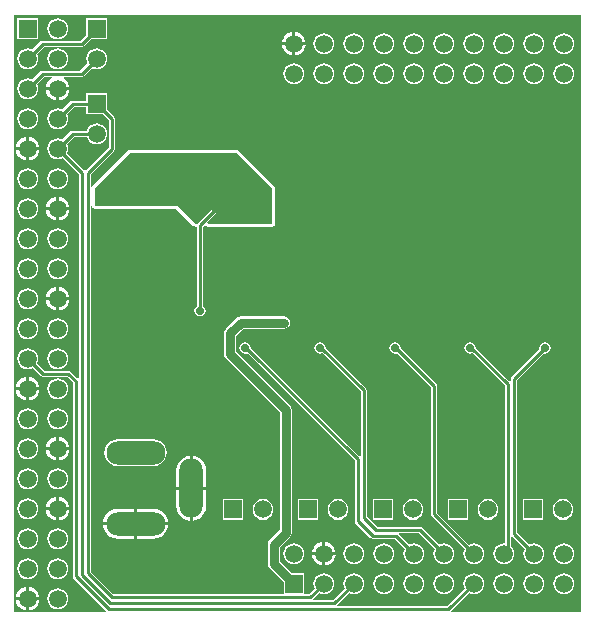
<source format=gbl>
G04*
G04 #@! TF.GenerationSoftware,Altium Limited,Altium Designer,19.0.15 (446)*
G04*
G04 Layer_Physical_Order=2*
G04 Layer_Color=16711680*
%FSLAX25Y25*%
%MOIN*%
G70*
G01*
G75*
%ADD13C,0.01000*%
%ADD47R,0.05906X0.05906*%
%ADD48C,0.05906*%
%ADD49O,0.19685X0.07874*%
%ADD50O,0.07874X0.19685*%
%ADD51R,0.05906X0.05906*%
%ADD52C,0.02362*%
%ADD53C,0.02756*%
%ADD54C,0.03000*%
G36*
X218500Y356750D02*
Y345000D01*
X197095D01*
X196904Y345462D01*
X200221Y348779D01*
X200442Y349110D01*
X200520Y349500D01*
X200442Y349890D01*
X200221Y350221D01*
X199890Y350442D01*
X199500Y350520D01*
X199110Y350442D01*
X198779Y350221D01*
X193779Y345221D01*
X193631Y345000D01*
X193000D01*
X187000Y351000D01*
X159500D01*
Y357000D01*
X171000Y368500D01*
X206750D01*
X218500Y356750D01*
D02*
G37*
G36*
X321487Y215513D02*
X278442D01*
X278235Y216013D01*
X284117Y221896D01*
X284839Y221597D01*
X285740Y221478D01*
X286642Y221597D01*
X287481Y221945D01*
X288203Y222498D01*
X288756Y223219D01*
X289104Y224059D01*
X289223Y224961D01*
X289104Y225862D01*
X288756Y226702D01*
X288203Y227423D01*
X287481Y227977D01*
X286642Y228325D01*
X285740Y228443D01*
X284839Y228325D01*
X283999Y227977D01*
X283278Y227423D01*
X282724Y226702D01*
X282376Y225862D01*
X282258Y224961D01*
X282376Y224059D01*
X282675Y223338D01*
X276857Y217520D01*
X240448D01*
X240241Y218020D01*
X244117Y221896D01*
X244839Y221597D01*
X245740Y221478D01*
X246641Y221597D01*
X247481Y221945D01*
X248203Y222498D01*
X248756Y223219D01*
X249104Y224059D01*
X249223Y224961D01*
X249104Y225862D01*
X248756Y226702D01*
X248203Y227423D01*
X247481Y227977D01*
X246641Y228325D01*
X245740Y228443D01*
X244839Y228325D01*
X243999Y227977D01*
X243278Y227423D01*
X242724Y226702D01*
X242376Y225862D01*
X242258Y224961D01*
X242376Y224059D01*
X242675Y223338D01*
X238857Y219520D01*
X232448D01*
X232241Y220020D01*
X234117Y221896D01*
X234839Y221597D01*
X235740Y221478D01*
X236642Y221597D01*
X237481Y221945D01*
X238203Y222498D01*
X238756Y223219D01*
X239104Y224059D01*
X239223Y224961D01*
X239104Y225862D01*
X238756Y226702D01*
X238203Y227423D01*
X237481Y227977D01*
X236642Y228325D01*
X235740Y228443D01*
X234839Y228325D01*
X233999Y227977D01*
X233278Y227423D01*
X232724Y226702D01*
X232376Y225862D01*
X232258Y224961D01*
X232376Y224059D01*
X232675Y223338D01*
X230857Y221520D01*
X229193D01*
Y228413D01*
X225171D01*
X221039Y232545D01*
Y237155D01*
X224442Y240558D01*
X224884Y241220D01*
X225039Y242000D01*
Y283000D01*
X224884Y283780D01*
X224442Y284442D01*
X206539Y302345D01*
Y307655D01*
X208845Y309961D01*
X222500D01*
X223280Y310116D01*
X223942Y310558D01*
X224384Y311220D01*
X224539Y312000D01*
X224384Y312780D01*
X223942Y313442D01*
X223280Y313884D01*
X222500Y314039D01*
X208000D01*
X207220Y313884D01*
X206558Y313442D01*
X203058Y309942D01*
X202616Y309280D01*
X202461Y308500D01*
Y301500D01*
X202616Y300720D01*
X203058Y300058D01*
X220961Y282155D01*
Y242845D01*
X217558Y239442D01*
X217116Y238780D01*
X216961Y238000D01*
Y231701D01*
X217116Y230920D01*
X217558Y230259D01*
X222287Y225530D01*
Y221520D01*
X165422D01*
X158020Y228922D01*
X158020Y350754D01*
X158520Y350803D01*
X158558Y350610D01*
X158779Y350279D01*
X159110Y350058D01*
X159500Y349980D01*
X186578D01*
X192279Y344279D01*
X192610Y344058D01*
X193000Y343980D01*
X193480D01*
Y317577D01*
X193146Y317354D01*
X192731Y316733D01*
X192585Y316000D01*
X192731Y315267D01*
X193146Y314646D01*
X193767Y314231D01*
X194500Y314085D01*
X195233Y314231D01*
X195854Y314646D01*
X196269Y315267D01*
X196415Y316000D01*
X196269Y316733D01*
X195854Y317354D01*
X195520Y317577D01*
Y343909D01*
X195927Y344301D01*
X196374Y344279D01*
X196705Y344058D01*
X197095Y343980D01*
X218500D01*
X218890Y344058D01*
X219221Y344279D01*
X219442Y344610D01*
X219520Y345000D01*
Y356750D01*
X219442Y357140D01*
X219221Y357471D01*
X207471Y369221D01*
X207140Y369442D01*
X206750Y369520D01*
X171000D01*
X170610Y369442D01*
X170279Y369221D01*
X158779Y357721D01*
X158558Y357390D01*
X158520Y357197D01*
X158020Y357246D01*
Y361578D01*
X165721Y369279D01*
X165942Y369610D01*
X166020Y370000D01*
Y380000D01*
X165942Y380390D01*
X165721Y380721D01*
X163453Y382989D01*
Y388453D01*
X156547D01*
Y386020D01*
X152000D01*
X151610Y385942D01*
X151279Y385721D01*
X148623Y383065D01*
X147901Y383364D01*
X147000Y383483D01*
X146099Y383364D01*
X145259Y383016D01*
X144537Y382463D01*
X143984Y381741D01*
X143636Y380901D01*
X143517Y380000D01*
X143636Y379099D01*
X143984Y378259D01*
X144537Y377537D01*
X145259Y376984D01*
X146099Y376636D01*
X147000Y376518D01*
X147901Y376636D01*
X148741Y376984D01*
X149462Y377537D01*
X150016Y378259D01*
X150364Y379099D01*
X150482Y380000D01*
X150364Y380901D01*
X150065Y381623D01*
X152422Y383980D01*
X156547D01*
Y381547D01*
X162011D01*
X163980Y379578D01*
Y370422D01*
X156305Y362747D01*
X156261Y362721D01*
X155739D01*
X155695Y362747D01*
X150065Y368377D01*
X150364Y369099D01*
X150482Y370000D01*
X150364Y370901D01*
X150065Y371623D01*
X152422Y373980D01*
X156685D01*
X156984Y373259D01*
X157537Y372537D01*
X158259Y371984D01*
X159099Y371636D01*
X160000Y371517D01*
X160901Y371636D01*
X161741Y371984D01*
X162462Y372537D01*
X163016Y373259D01*
X163364Y374099D01*
X163482Y375000D01*
X163364Y375901D01*
X163016Y376741D01*
X162462Y377463D01*
X161741Y378016D01*
X160901Y378364D01*
X160000Y378483D01*
X159099Y378364D01*
X158259Y378016D01*
X157537Y377463D01*
X156984Y376741D01*
X156685Y376020D01*
X152000D01*
X151610Y375942D01*
X151279Y375721D01*
X148623Y373065D01*
X147901Y373364D01*
X147000Y373482D01*
X146099Y373364D01*
X145259Y373016D01*
X144537Y372463D01*
X143984Y371741D01*
X143636Y370901D01*
X143517Y370000D01*
X143636Y369099D01*
X143984Y368259D01*
X144537Y367537D01*
X145259Y366984D01*
X146099Y366636D01*
X147000Y366517D01*
X147901Y366636D01*
X148623Y366935D01*
X153980Y361578D01*
Y293669D01*
X153480Y293461D01*
X151221Y295721D01*
X150890Y295942D01*
X150500Y296020D01*
X142422D01*
X140065Y298377D01*
X140364Y299099D01*
X140482Y300000D01*
X140364Y300901D01*
X140016Y301741D01*
X139462Y302463D01*
X138741Y303016D01*
X137901Y303364D01*
X137000Y303483D01*
X136099Y303364D01*
X135259Y303016D01*
X134537Y302463D01*
X133984Y301741D01*
X133636Y300901D01*
X133518Y300000D01*
X133636Y299099D01*
X133984Y298259D01*
X134537Y297537D01*
X135259Y296984D01*
X136099Y296636D01*
X137000Y296517D01*
X137901Y296636D01*
X138623Y296935D01*
X141279Y294279D01*
X141610Y294058D01*
X142000Y293980D01*
X150078D01*
X151980Y292078D01*
Y227500D01*
X152058Y227110D01*
X152279Y226779D01*
X163045Y216013D01*
X162838Y215513D01*
X132513D01*
X132513Y414487D01*
X321487Y414487D01*
X321487Y215513D01*
D02*
G37*
%LPC*%
G36*
X140453Y413453D02*
X133547D01*
Y406547D01*
X140453D01*
Y413453D01*
D02*
G37*
G36*
X147000Y413483D02*
X146099Y413364D01*
X145259Y413016D01*
X144537Y412463D01*
X143984Y411741D01*
X143636Y410901D01*
X143517Y410000D01*
X143636Y409099D01*
X143984Y408259D01*
X144537Y407538D01*
X145259Y406984D01*
X146099Y406636D01*
X147000Y406518D01*
X147901Y406636D01*
X148741Y406984D01*
X149462Y407538D01*
X150016Y408259D01*
X150364Y409099D01*
X150482Y410000D01*
X150364Y410901D01*
X150016Y411741D01*
X149462Y412463D01*
X148741Y413016D01*
X147901Y413364D01*
X147000Y413483D01*
D02*
G37*
G36*
X226240Y408882D02*
Y405461D01*
X229661D01*
X229591Y405993D01*
X229193Y406954D01*
X228559Y407780D01*
X227734Y408413D01*
X226772Y408812D01*
X226240Y408882D01*
D02*
G37*
G36*
X225240D02*
X224708Y408812D01*
X223747Y408413D01*
X222921Y407780D01*
X222287Y406954D01*
X221889Y405993D01*
X221819Y405461D01*
X225240D01*
Y408882D01*
D02*
G37*
G36*
X163453Y413453D02*
X156547D01*
Y407989D01*
X154578Y406020D01*
X142000D01*
X141610Y405942D01*
X141279Y405721D01*
X138623Y403065D01*
X137901Y403364D01*
X137000Y403482D01*
X136099Y403364D01*
X135259Y403016D01*
X134537Y402462D01*
X133984Y401741D01*
X133636Y400901D01*
X133518Y400000D01*
X133636Y399099D01*
X133984Y398259D01*
X134537Y397537D01*
X135259Y396984D01*
X136099Y396636D01*
X137000Y396517D01*
X137901Y396636D01*
X138741Y396984D01*
X139462Y397537D01*
X140016Y398259D01*
X140364Y399099D01*
X140482Y400000D01*
X140364Y400901D01*
X140065Y401623D01*
X142422Y403980D01*
X155000D01*
X155390Y404058D01*
X155721Y404279D01*
X157989Y406547D01*
X163453D01*
Y413453D01*
D02*
G37*
G36*
X315740Y408443D02*
X314839Y408324D01*
X313999Y407977D01*
X313278Y407423D01*
X312724Y406702D01*
X312376Y405862D01*
X312258Y404961D01*
X312376Y404059D01*
X312724Y403219D01*
X313278Y402498D01*
X313999Y401945D01*
X314839Y401597D01*
X315740Y401478D01*
X316641Y401597D01*
X317481Y401945D01*
X318203Y402498D01*
X318756Y403219D01*
X319104Y404059D01*
X319223Y404961D01*
X319104Y405862D01*
X318756Y406702D01*
X318203Y407423D01*
X317481Y407977D01*
X316641Y408324D01*
X315740Y408443D01*
D02*
G37*
G36*
X305740D02*
X304839Y408324D01*
X303999Y407977D01*
X303278Y407423D01*
X302724Y406702D01*
X302376Y405862D01*
X302258Y404961D01*
X302376Y404059D01*
X302724Y403219D01*
X303278Y402498D01*
X303999Y401945D01*
X304839Y401597D01*
X305740Y401478D01*
X306642Y401597D01*
X307481Y401945D01*
X308203Y402498D01*
X308756Y403219D01*
X309104Y404059D01*
X309223Y404961D01*
X309104Y405862D01*
X308756Y406702D01*
X308203Y407423D01*
X307481Y407977D01*
X306642Y408324D01*
X305740Y408443D01*
D02*
G37*
G36*
X295740D02*
X294839Y408324D01*
X293999Y407977D01*
X293278Y407423D01*
X292724Y406702D01*
X292376Y405862D01*
X292258Y404961D01*
X292376Y404059D01*
X292724Y403219D01*
X293278Y402498D01*
X293999Y401945D01*
X294839Y401597D01*
X295740Y401478D01*
X296641Y401597D01*
X297481Y401945D01*
X298203Y402498D01*
X298756Y403219D01*
X299104Y404059D01*
X299223Y404961D01*
X299104Y405862D01*
X298756Y406702D01*
X298203Y407423D01*
X297481Y407977D01*
X296641Y408324D01*
X295740Y408443D01*
D02*
G37*
G36*
X285740D02*
X284839Y408324D01*
X283999Y407977D01*
X283278Y407423D01*
X282724Y406702D01*
X282376Y405862D01*
X282258Y404961D01*
X282376Y404059D01*
X282724Y403219D01*
X283278Y402498D01*
X283999Y401945D01*
X284839Y401597D01*
X285740Y401478D01*
X286642Y401597D01*
X287481Y401945D01*
X288203Y402498D01*
X288756Y403219D01*
X289104Y404059D01*
X289223Y404961D01*
X289104Y405862D01*
X288756Y406702D01*
X288203Y407423D01*
X287481Y407977D01*
X286642Y408324D01*
X285740Y408443D01*
D02*
G37*
G36*
X275740D02*
X274839Y408324D01*
X273999Y407977D01*
X273278Y407423D01*
X272724Y406702D01*
X272376Y405862D01*
X272258Y404961D01*
X272376Y404059D01*
X272724Y403219D01*
X273278Y402498D01*
X273999Y401945D01*
X274839Y401597D01*
X275740Y401478D01*
X276642Y401597D01*
X277481Y401945D01*
X278203Y402498D01*
X278756Y403219D01*
X279104Y404059D01*
X279223Y404961D01*
X279104Y405862D01*
X278756Y406702D01*
X278203Y407423D01*
X277481Y407977D01*
X276642Y408324D01*
X275740Y408443D01*
D02*
G37*
G36*
X265740D02*
X264839Y408324D01*
X263999Y407977D01*
X263278Y407423D01*
X262724Y406702D01*
X262376Y405862D01*
X262258Y404961D01*
X262376Y404059D01*
X262724Y403219D01*
X263278Y402498D01*
X263999Y401945D01*
X264839Y401597D01*
X265740Y401478D01*
X266641Y401597D01*
X267481Y401945D01*
X268203Y402498D01*
X268756Y403219D01*
X269104Y404059D01*
X269223Y404961D01*
X269104Y405862D01*
X268756Y406702D01*
X268203Y407423D01*
X267481Y407977D01*
X266641Y408324D01*
X265740Y408443D01*
D02*
G37*
G36*
X255740D02*
X254839Y408324D01*
X253999Y407977D01*
X253278Y407423D01*
X252724Y406702D01*
X252376Y405862D01*
X252258Y404961D01*
X252376Y404059D01*
X252724Y403219D01*
X253278Y402498D01*
X253999Y401945D01*
X254839Y401597D01*
X255740Y401478D01*
X256642Y401597D01*
X257481Y401945D01*
X258203Y402498D01*
X258756Y403219D01*
X259104Y404059D01*
X259223Y404961D01*
X259104Y405862D01*
X258756Y406702D01*
X258203Y407423D01*
X257481Y407977D01*
X256642Y408324D01*
X255740Y408443D01*
D02*
G37*
G36*
X245740D02*
X244839Y408324D01*
X243999Y407977D01*
X243278Y407423D01*
X242724Y406702D01*
X242376Y405862D01*
X242258Y404961D01*
X242376Y404059D01*
X242724Y403219D01*
X243278Y402498D01*
X243999Y401945D01*
X244839Y401597D01*
X245740Y401478D01*
X246641Y401597D01*
X247481Y401945D01*
X248203Y402498D01*
X248756Y403219D01*
X249104Y404059D01*
X249223Y404961D01*
X249104Y405862D01*
X248756Y406702D01*
X248203Y407423D01*
X247481Y407977D01*
X246641Y408324D01*
X245740Y408443D01*
D02*
G37*
G36*
X235740D02*
X234839Y408324D01*
X233999Y407977D01*
X233278Y407423D01*
X232724Y406702D01*
X232376Y405862D01*
X232258Y404961D01*
X232376Y404059D01*
X232724Y403219D01*
X233278Y402498D01*
X233999Y401945D01*
X234839Y401597D01*
X235740Y401478D01*
X236642Y401597D01*
X237481Y401945D01*
X238203Y402498D01*
X238756Y403219D01*
X239104Y404059D01*
X239223Y404961D01*
X239104Y405862D01*
X238756Y406702D01*
X238203Y407423D01*
X237481Y407977D01*
X236642Y408324D01*
X235740Y408443D01*
D02*
G37*
G36*
X229661Y404461D02*
X226240D01*
Y401040D01*
X226772Y401110D01*
X227734Y401508D01*
X228559Y402142D01*
X229193Y402967D01*
X229591Y403929D01*
X229661Y404461D01*
D02*
G37*
G36*
X225240D02*
X221819D01*
X221889Y403929D01*
X222287Y402967D01*
X222921Y402142D01*
X223747Y401508D01*
X224708Y401110D01*
X225240Y401040D01*
Y404461D01*
D02*
G37*
G36*
X160000Y403482D02*
X159099Y403364D01*
X158259Y403016D01*
X157537Y402462D01*
X156984Y401741D01*
X156636Y400901D01*
X156518Y400000D01*
X156636Y399099D01*
X156935Y398377D01*
X154578Y396020D01*
X142000D01*
X141610Y395942D01*
X141279Y395721D01*
X138623Y393065D01*
X137901Y393364D01*
X137000Y393482D01*
X136099Y393364D01*
X135259Y393016D01*
X134537Y392462D01*
X133984Y391741D01*
X133636Y390901D01*
X133518Y390000D01*
X133636Y389099D01*
X133984Y388259D01*
X134537Y387538D01*
X135259Y386984D01*
X136099Y386636D01*
X137000Y386518D01*
X137901Y386636D01*
X138741Y386984D01*
X139462Y387538D01*
X140016Y388259D01*
X140364Y389099D01*
X140482Y390000D01*
X140364Y390901D01*
X140065Y391623D01*
X142422Y393980D01*
X144974D01*
X145073Y393480D01*
X145007Y393453D01*
X144181Y392819D01*
X143547Y391993D01*
X143149Y391032D01*
X143079Y390500D01*
X147000D01*
X150921D01*
X150851Y391032D01*
X150453Y391993D01*
X149819Y392819D01*
X148993Y393453D01*
X148927Y393480D01*
X149026Y393980D01*
X155000D01*
X155390Y394058D01*
X155721Y394279D01*
X158377Y396935D01*
X159099Y396636D01*
X160000Y396517D01*
X160901Y396636D01*
X161741Y396984D01*
X162462Y397537D01*
X163016Y398259D01*
X163364Y399099D01*
X163482Y400000D01*
X163364Y400901D01*
X163016Y401741D01*
X162462Y402462D01*
X161741Y403016D01*
X160901Y403364D01*
X160000Y403482D01*
D02*
G37*
G36*
X147000D02*
X146099Y403364D01*
X145259Y403016D01*
X144537Y402462D01*
X143984Y401741D01*
X143636Y400901D01*
X143517Y400000D01*
X143636Y399099D01*
X143984Y398259D01*
X144537Y397537D01*
X145259Y396984D01*
X146099Y396636D01*
X147000Y396517D01*
X147901Y396636D01*
X148741Y396984D01*
X149462Y397537D01*
X150016Y398259D01*
X150364Y399099D01*
X150482Y400000D01*
X150364Y400901D01*
X150016Y401741D01*
X149462Y402462D01*
X148741Y403016D01*
X147901Y403364D01*
X147000Y403482D01*
D02*
G37*
G36*
X315740Y398443D02*
X314839Y398324D01*
X313999Y397977D01*
X313278Y397423D01*
X312724Y396702D01*
X312376Y395862D01*
X312258Y394961D01*
X312376Y394059D01*
X312724Y393219D01*
X313278Y392498D01*
X313999Y391945D01*
X314839Y391597D01*
X315740Y391478D01*
X316641Y391597D01*
X317481Y391945D01*
X318203Y392498D01*
X318756Y393219D01*
X319104Y394059D01*
X319223Y394961D01*
X319104Y395862D01*
X318756Y396702D01*
X318203Y397423D01*
X317481Y397977D01*
X316641Y398324D01*
X315740Y398443D01*
D02*
G37*
G36*
X305740D02*
X304839Y398324D01*
X303999Y397977D01*
X303278Y397423D01*
X302724Y396702D01*
X302376Y395862D01*
X302258Y394961D01*
X302376Y394059D01*
X302724Y393219D01*
X303278Y392498D01*
X303999Y391945D01*
X304839Y391597D01*
X305740Y391478D01*
X306642Y391597D01*
X307481Y391945D01*
X308203Y392498D01*
X308756Y393219D01*
X309104Y394059D01*
X309223Y394961D01*
X309104Y395862D01*
X308756Y396702D01*
X308203Y397423D01*
X307481Y397977D01*
X306642Y398324D01*
X305740Y398443D01*
D02*
G37*
G36*
X295740D02*
X294839Y398324D01*
X293999Y397977D01*
X293278Y397423D01*
X292724Y396702D01*
X292376Y395862D01*
X292258Y394961D01*
X292376Y394059D01*
X292724Y393219D01*
X293278Y392498D01*
X293999Y391945D01*
X294839Y391597D01*
X295740Y391478D01*
X296641Y391597D01*
X297481Y391945D01*
X298203Y392498D01*
X298756Y393219D01*
X299104Y394059D01*
X299223Y394961D01*
X299104Y395862D01*
X298756Y396702D01*
X298203Y397423D01*
X297481Y397977D01*
X296641Y398324D01*
X295740Y398443D01*
D02*
G37*
G36*
X285740D02*
X284839Y398324D01*
X283999Y397977D01*
X283278Y397423D01*
X282724Y396702D01*
X282376Y395862D01*
X282258Y394961D01*
X282376Y394059D01*
X282724Y393219D01*
X283278Y392498D01*
X283999Y391945D01*
X284839Y391597D01*
X285740Y391478D01*
X286642Y391597D01*
X287481Y391945D01*
X288203Y392498D01*
X288756Y393219D01*
X289104Y394059D01*
X289223Y394961D01*
X289104Y395862D01*
X288756Y396702D01*
X288203Y397423D01*
X287481Y397977D01*
X286642Y398324D01*
X285740Y398443D01*
D02*
G37*
G36*
X275740D02*
X274839Y398324D01*
X273999Y397977D01*
X273278Y397423D01*
X272724Y396702D01*
X272376Y395862D01*
X272258Y394961D01*
X272376Y394059D01*
X272724Y393219D01*
X273278Y392498D01*
X273999Y391945D01*
X274839Y391597D01*
X275740Y391478D01*
X276642Y391597D01*
X277481Y391945D01*
X278203Y392498D01*
X278756Y393219D01*
X279104Y394059D01*
X279223Y394961D01*
X279104Y395862D01*
X278756Y396702D01*
X278203Y397423D01*
X277481Y397977D01*
X276642Y398324D01*
X275740Y398443D01*
D02*
G37*
G36*
X265740D02*
X264839Y398324D01*
X263999Y397977D01*
X263278Y397423D01*
X262724Y396702D01*
X262376Y395862D01*
X262258Y394961D01*
X262376Y394059D01*
X262724Y393219D01*
X263278Y392498D01*
X263999Y391945D01*
X264839Y391597D01*
X265740Y391478D01*
X266641Y391597D01*
X267481Y391945D01*
X268203Y392498D01*
X268756Y393219D01*
X269104Y394059D01*
X269223Y394961D01*
X269104Y395862D01*
X268756Y396702D01*
X268203Y397423D01*
X267481Y397977D01*
X266641Y398324D01*
X265740Y398443D01*
D02*
G37*
G36*
X255740D02*
X254839Y398324D01*
X253999Y397977D01*
X253278Y397423D01*
X252724Y396702D01*
X252376Y395862D01*
X252258Y394961D01*
X252376Y394059D01*
X252724Y393219D01*
X253278Y392498D01*
X253999Y391945D01*
X254839Y391597D01*
X255740Y391478D01*
X256642Y391597D01*
X257481Y391945D01*
X258203Y392498D01*
X258756Y393219D01*
X259104Y394059D01*
X259223Y394961D01*
X259104Y395862D01*
X258756Y396702D01*
X258203Y397423D01*
X257481Y397977D01*
X256642Y398324D01*
X255740Y398443D01*
D02*
G37*
G36*
X245740D02*
X244839Y398324D01*
X243999Y397977D01*
X243278Y397423D01*
X242724Y396702D01*
X242376Y395862D01*
X242258Y394961D01*
X242376Y394059D01*
X242724Y393219D01*
X243278Y392498D01*
X243999Y391945D01*
X244839Y391597D01*
X245740Y391478D01*
X246641Y391597D01*
X247481Y391945D01*
X248203Y392498D01*
X248756Y393219D01*
X249104Y394059D01*
X249223Y394961D01*
X249104Y395862D01*
X248756Y396702D01*
X248203Y397423D01*
X247481Y397977D01*
X246641Y398324D01*
X245740Y398443D01*
D02*
G37*
G36*
X235740D02*
X234839Y398324D01*
X233999Y397977D01*
X233278Y397423D01*
X232724Y396702D01*
X232376Y395862D01*
X232258Y394961D01*
X232376Y394059D01*
X232724Y393219D01*
X233278Y392498D01*
X233999Y391945D01*
X234839Y391597D01*
X235740Y391478D01*
X236642Y391597D01*
X237481Y391945D01*
X238203Y392498D01*
X238756Y393219D01*
X239104Y394059D01*
X239223Y394961D01*
X239104Y395862D01*
X238756Y396702D01*
X238203Y397423D01*
X237481Y397977D01*
X236642Y398324D01*
X235740Y398443D01*
D02*
G37*
G36*
X225740D02*
X224839Y398324D01*
X223999Y397977D01*
X223278Y397423D01*
X222724Y396702D01*
X222376Y395862D01*
X222258Y394961D01*
X222376Y394059D01*
X222724Y393219D01*
X223278Y392498D01*
X223999Y391945D01*
X224839Y391597D01*
X225740Y391478D01*
X226642Y391597D01*
X227481Y391945D01*
X228203Y392498D01*
X228756Y393219D01*
X229104Y394059D01*
X229223Y394961D01*
X229104Y395862D01*
X228756Y396702D01*
X228203Y397423D01*
X227481Y397977D01*
X226642Y398324D01*
X225740Y398443D01*
D02*
G37*
G36*
X150921Y389500D02*
X147500D01*
Y386079D01*
X148032Y386149D01*
X148993Y386547D01*
X149819Y387181D01*
X150453Y388007D01*
X150851Y388968D01*
X150921Y389500D01*
D02*
G37*
G36*
X146500D02*
X143079D01*
X143149Y388968D01*
X143547Y388007D01*
X144181Y387181D01*
X145007Y386547D01*
X145968Y386149D01*
X146500Y386079D01*
Y389500D01*
D02*
G37*
G36*
X137000Y383483D02*
X136099Y383364D01*
X135259Y383016D01*
X134537Y382463D01*
X133984Y381741D01*
X133636Y380901D01*
X133518Y380000D01*
X133636Y379099D01*
X133984Y378259D01*
X134537Y377537D01*
X135259Y376984D01*
X136099Y376636D01*
X137000Y376518D01*
X137901Y376636D01*
X138741Y376984D01*
X139462Y377537D01*
X140016Y378259D01*
X140364Y379099D01*
X140482Y380000D01*
X140364Y380901D01*
X140016Y381741D01*
X139462Y382463D01*
X138741Y383016D01*
X137901Y383364D01*
X137000Y383483D01*
D02*
G37*
G36*
X137500Y373921D02*
Y370500D01*
X140921D01*
X140851Y371032D01*
X140453Y371993D01*
X139819Y372819D01*
X138993Y373453D01*
X138032Y373851D01*
X137500Y373921D01*
D02*
G37*
G36*
X136500D02*
X135968Y373851D01*
X135007Y373453D01*
X134181Y372819D01*
X133547Y371993D01*
X133149Y371032D01*
X133079Y370500D01*
X136500D01*
Y373921D01*
D02*
G37*
G36*
X140921Y369500D02*
X137500D01*
Y366079D01*
X138032Y366149D01*
X138993Y366547D01*
X139819Y367181D01*
X140453Y368007D01*
X140851Y368968D01*
X140921Y369500D01*
D02*
G37*
G36*
X136500D02*
X133079D01*
X133149Y368968D01*
X133547Y368007D01*
X134181Y367181D01*
X135007Y366547D01*
X135968Y366149D01*
X136500Y366079D01*
Y369500D01*
D02*
G37*
G36*
X147000Y363482D02*
X146099Y363364D01*
X145259Y363016D01*
X144537Y362462D01*
X143984Y361741D01*
X143636Y360901D01*
X143517Y360000D01*
X143636Y359099D01*
X143984Y358259D01*
X144537Y357538D01*
X145259Y356984D01*
X146099Y356636D01*
X147000Y356518D01*
X147901Y356636D01*
X148741Y356984D01*
X149462Y357538D01*
X150016Y358259D01*
X150364Y359099D01*
X150482Y360000D01*
X150364Y360901D01*
X150016Y361741D01*
X149462Y362462D01*
X148741Y363016D01*
X147901Y363364D01*
X147000Y363482D01*
D02*
G37*
G36*
X137000D02*
X136099Y363364D01*
X135259Y363016D01*
X134537Y362462D01*
X133984Y361741D01*
X133636Y360901D01*
X133518Y360000D01*
X133636Y359099D01*
X133984Y358259D01*
X134537Y357538D01*
X135259Y356984D01*
X136099Y356636D01*
X137000Y356518D01*
X137901Y356636D01*
X138741Y356984D01*
X139462Y357538D01*
X140016Y358259D01*
X140364Y359099D01*
X140482Y360000D01*
X140364Y360901D01*
X140016Y361741D01*
X139462Y362462D01*
X138741Y363016D01*
X137901Y363364D01*
X137000Y363482D01*
D02*
G37*
G36*
X147500Y353921D02*
Y350500D01*
X150921D01*
X150851Y351032D01*
X150453Y351993D01*
X149819Y352819D01*
X148993Y353453D01*
X148032Y353851D01*
X147500Y353921D01*
D02*
G37*
G36*
X146500D02*
X145968Y353851D01*
X145007Y353453D01*
X144181Y352819D01*
X143547Y351993D01*
X143149Y351032D01*
X143079Y350500D01*
X146500D01*
Y353921D01*
D02*
G37*
G36*
X137000Y353483D02*
X136099Y353364D01*
X135259Y353016D01*
X134537Y352463D01*
X133984Y351741D01*
X133636Y350901D01*
X133518Y350000D01*
X133636Y349099D01*
X133984Y348259D01*
X134537Y347537D01*
X135259Y346984D01*
X136099Y346636D01*
X137000Y346517D01*
X137901Y346636D01*
X138741Y346984D01*
X139462Y347537D01*
X140016Y348259D01*
X140364Y349099D01*
X140482Y350000D01*
X140364Y350901D01*
X140016Y351741D01*
X139462Y352463D01*
X138741Y353016D01*
X137901Y353364D01*
X137000Y353483D01*
D02*
G37*
G36*
X150921Y349500D02*
X147500D01*
Y346079D01*
X148032Y346149D01*
X148993Y346547D01*
X149819Y347181D01*
X150453Y348007D01*
X150851Y348968D01*
X150921Y349500D01*
D02*
G37*
G36*
X146500D02*
X143079D01*
X143149Y348968D01*
X143547Y348007D01*
X144181Y347181D01*
X145007Y346547D01*
X145968Y346149D01*
X146500Y346079D01*
Y349500D01*
D02*
G37*
G36*
X147000Y343482D02*
X146099Y343364D01*
X145259Y343016D01*
X144537Y342462D01*
X143984Y341741D01*
X143636Y340901D01*
X143517Y340000D01*
X143636Y339099D01*
X143984Y338259D01*
X144537Y337538D01*
X145259Y336984D01*
X146099Y336636D01*
X147000Y336518D01*
X147901Y336636D01*
X148741Y336984D01*
X149462Y337538D01*
X150016Y338259D01*
X150364Y339099D01*
X150482Y340000D01*
X150364Y340901D01*
X150016Y341741D01*
X149462Y342462D01*
X148741Y343016D01*
X147901Y343364D01*
X147000Y343482D01*
D02*
G37*
G36*
X137000D02*
X136099Y343364D01*
X135259Y343016D01*
X134537Y342462D01*
X133984Y341741D01*
X133636Y340901D01*
X133518Y340000D01*
X133636Y339099D01*
X133984Y338259D01*
X134537Y337538D01*
X135259Y336984D01*
X136099Y336636D01*
X137000Y336518D01*
X137901Y336636D01*
X138741Y336984D01*
X139462Y337538D01*
X140016Y338259D01*
X140364Y339099D01*
X140482Y340000D01*
X140364Y340901D01*
X140016Y341741D01*
X139462Y342462D01*
X138741Y343016D01*
X137901Y343364D01*
X137000Y343482D01*
D02*
G37*
G36*
X147000Y333483D02*
X146099Y333364D01*
X145259Y333016D01*
X144537Y332463D01*
X143984Y331741D01*
X143636Y330901D01*
X143517Y330000D01*
X143636Y329099D01*
X143984Y328259D01*
X144537Y327537D01*
X145259Y326984D01*
X146099Y326636D01*
X147000Y326518D01*
X147901Y326636D01*
X148741Y326984D01*
X149462Y327537D01*
X150016Y328259D01*
X150364Y329099D01*
X150482Y330000D01*
X150364Y330901D01*
X150016Y331741D01*
X149462Y332463D01*
X148741Y333016D01*
X147901Y333364D01*
X147000Y333483D01*
D02*
G37*
G36*
X137000D02*
X136099Y333364D01*
X135259Y333016D01*
X134537Y332463D01*
X133984Y331741D01*
X133636Y330901D01*
X133518Y330000D01*
X133636Y329099D01*
X133984Y328259D01*
X134537Y327537D01*
X135259Y326984D01*
X136099Y326636D01*
X137000Y326518D01*
X137901Y326636D01*
X138741Y326984D01*
X139462Y327537D01*
X140016Y328259D01*
X140364Y329099D01*
X140482Y330000D01*
X140364Y330901D01*
X140016Y331741D01*
X139462Y332463D01*
X138741Y333016D01*
X137901Y333364D01*
X137000Y333483D01*
D02*
G37*
G36*
X147500Y323921D02*
Y320500D01*
X150921D01*
X150851Y321032D01*
X150453Y321993D01*
X149819Y322819D01*
X148993Y323453D01*
X148032Y323851D01*
X147500Y323921D01*
D02*
G37*
G36*
X146500D02*
X145968Y323851D01*
X145007Y323453D01*
X144181Y322819D01*
X143547Y321993D01*
X143149Y321032D01*
X143079Y320500D01*
X146500D01*
Y323921D01*
D02*
G37*
G36*
X137000Y323482D02*
X136099Y323364D01*
X135259Y323016D01*
X134537Y322463D01*
X133984Y321741D01*
X133636Y320901D01*
X133518Y320000D01*
X133636Y319099D01*
X133984Y318259D01*
X134537Y317537D01*
X135259Y316984D01*
X136099Y316636D01*
X137000Y316517D01*
X137901Y316636D01*
X138741Y316984D01*
X139462Y317537D01*
X140016Y318259D01*
X140364Y319099D01*
X140482Y320000D01*
X140364Y320901D01*
X140016Y321741D01*
X139462Y322463D01*
X138741Y323016D01*
X137901Y323364D01*
X137000Y323482D01*
D02*
G37*
G36*
X150921Y319500D02*
X147500D01*
Y316079D01*
X148032Y316149D01*
X148993Y316547D01*
X149819Y317181D01*
X150453Y318007D01*
X150851Y318968D01*
X150921Y319500D01*
D02*
G37*
G36*
X146500D02*
X143079D01*
X143149Y318968D01*
X143547Y318007D01*
X144181Y317181D01*
X145007Y316547D01*
X145968Y316149D01*
X146500Y316079D01*
Y319500D01*
D02*
G37*
G36*
X147000Y313482D02*
X146099Y313364D01*
X145259Y313016D01*
X144537Y312462D01*
X143984Y311741D01*
X143636Y310901D01*
X143517Y310000D01*
X143636Y309099D01*
X143984Y308259D01*
X144537Y307538D01*
X145259Y306984D01*
X146099Y306636D01*
X147000Y306518D01*
X147901Y306636D01*
X148741Y306984D01*
X149462Y307538D01*
X150016Y308259D01*
X150364Y309099D01*
X150482Y310000D01*
X150364Y310901D01*
X150016Y311741D01*
X149462Y312462D01*
X148741Y313016D01*
X147901Y313364D01*
X147000Y313482D01*
D02*
G37*
G36*
X137000D02*
X136099Y313364D01*
X135259Y313016D01*
X134537Y312462D01*
X133984Y311741D01*
X133636Y310901D01*
X133518Y310000D01*
X133636Y309099D01*
X133984Y308259D01*
X134537Y307538D01*
X135259Y306984D01*
X136099Y306636D01*
X137000Y306518D01*
X137901Y306636D01*
X138741Y306984D01*
X139462Y307538D01*
X140016Y308259D01*
X140364Y309099D01*
X140482Y310000D01*
X140364Y310901D01*
X140016Y311741D01*
X139462Y312462D01*
X138741Y313016D01*
X137901Y313364D01*
X137000Y313482D01*
D02*
G37*
G36*
X147000Y303483D02*
X146099Y303364D01*
X145259Y303016D01*
X144537Y302463D01*
X143984Y301741D01*
X143636Y300901D01*
X143517Y300000D01*
X143636Y299099D01*
X143984Y298259D01*
X144537Y297537D01*
X145259Y296984D01*
X146099Y296636D01*
X147000Y296517D01*
X147901Y296636D01*
X148741Y296984D01*
X149462Y297537D01*
X150016Y298259D01*
X150364Y299099D01*
X150482Y300000D01*
X150364Y300901D01*
X150016Y301741D01*
X149462Y302463D01*
X148741Y303016D01*
X147901Y303364D01*
X147000Y303483D01*
D02*
G37*
G36*
X309500Y305507D02*
X308767Y305362D01*
X308146Y304946D01*
X307731Y304325D01*
X307585Y303592D01*
X307664Y303198D01*
X298279Y293813D01*
X298058Y293483D01*
X297980Y293092D01*
Y292669D01*
X297480Y292461D01*
X286404Y303538D01*
X286415Y303592D01*
X286269Y304325D01*
X285854Y304946D01*
X285233Y305362D01*
X284500Y305507D01*
X283767Y305362D01*
X283146Y304946D01*
X282731Y304325D01*
X282585Y303592D01*
X282731Y302860D01*
X283146Y302239D01*
X283767Y301823D01*
X284500Y301678D01*
X285233Y301823D01*
X285234Y301824D01*
X295980Y291078D01*
Y238654D01*
X295740Y238443D01*
X294839Y238324D01*
X293999Y237977D01*
X293278Y237423D01*
X292724Y236702D01*
X292376Y235862D01*
X292258Y234961D01*
X292376Y234059D01*
X292724Y233219D01*
X293278Y232498D01*
X293999Y231945D01*
X294839Y231597D01*
X295740Y231478D01*
X296641Y231597D01*
X297481Y231945D01*
X298203Y232498D01*
X298756Y233219D01*
X299104Y234059D01*
X299223Y234961D01*
X299104Y235862D01*
X298756Y236702D01*
X298203Y237423D01*
X298020Y237564D01*
Y240532D01*
X298520Y240739D01*
X302675Y236584D01*
X302376Y235862D01*
X302258Y234961D01*
X302376Y234059D01*
X302724Y233219D01*
X303278Y232498D01*
X303999Y231945D01*
X304839Y231597D01*
X305740Y231478D01*
X306642Y231597D01*
X307481Y231945D01*
X308203Y232498D01*
X308756Y233219D01*
X309104Y234059D01*
X309223Y234961D01*
X309104Y235862D01*
X308756Y236702D01*
X308203Y237423D01*
X307481Y237977D01*
X306642Y238324D01*
X305740Y238443D01*
X304839Y238324D01*
X304117Y238026D01*
X300020Y242123D01*
Y292670D01*
X309106Y301756D01*
X309500Y301678D01*
X310233Y301823D01*
X310854Y302239D01*
X311269Y302860D01*
X311415Y303592D01*
X311269Y304325D01*
X310854Y304946D01*
X310233Y305362D01*
X309500Y305507D01*
D02*
G37*
G36*
X137500Y293921D02*
Y290500D01*
X140921D01*
X140851Y291032D01*
X140453Y291993D01*
X139819Y292819D01*
X138993Y293453D01*
X138032Y293851D01*
X137500Y293921D01*
D02*
G37*
G36*
X136500D02*
X135968Y293851D01*
X135007Y293453D01*
X134181Y292819D01*
X133547Y291993D01*
X133149Y291032D01*
X133079Y290500D01*
X136500D01*
Y293921D01*
D02*
G37*
G36*
X147000Y293482D02*
X146099Y293364D01*
X145259Y293016D01*
X144537Y292462D01*
X143984Y291741D01*
X143636Y290901D01*
X143517Y290000D01*
X143636Y289099D01*
X143984Y288259D01*
X144537Y287538D01*
X145259Y286984D01*
X146099Y286636D01*
X147000Y286518D01*
X147901Y286636D01*
X148741Y286984D01*
X149462Y287538D01*
X150016Y288259D01*
X150364Y289099D01*
X150482Y290000D01*
X150364Y290901D01*
X150016Y291741D01*
X149462Y292462D01*
X148741Y293016D01*
X147901Y293364D01*
X147000Y293482D01*
D02*
G37*
G36*
X140921Y289500D02*
X137500D01*
Y286079D01*
X138032Y286149D01*
X138993Y286547D01*
X139819Y287181D01*
X140453Y288007D01*
X140851Y288968D01*
X140921Y289500D01*
D02*
G37*
G36*
X136500D02*
X133079D01*
X133149Y288968D01*
X133547Y288007D01*
X134181Y287181D01*
X135007Y286547D01*
X135968Y286149D01*
X136500Y286079D01*
Y289500D01*
D02*
G37*
G36*
X147000Y283483D02*
X146099Y283364D01*
X145259Y283016D01*
X144537Y282463D01*
X143984Y281741D01*
X143636Y280901D01*
X143517Y280000D01*
X143636Y279099D01*
X143984Y278259D01*
X144537Y277537D01*
X145259Y276984D01*
X146099Y276636D01*
X147000Y276518D01*
X147901Y276636D01*
X148741Y276984D01*
X149462Y277537D01*
X150016Y278259D01*
X150364Y279099D01*
X150482Y280000D01*
X150364Y280901D01*
X150016Y281741D01*
X149462Y282463D01*
X148741Y283016D01*
X147901Y283364D01*
X147000Y283483D01*
D02*
G37*
G36*
X137000D02*
X136099Y283364D01*
X135259Y283016D01*
X134537Y282463D01*
X133984Y281741D01*
X133636Y280901D01*
X133518Y280000D01*
X133636Y279099D01*
X133984Y278259D01*
X134537Y277537D01*
X135259Y276984D01*
X136099Y276636D01*
X137000Y276518D01*
X137901Y276636D01*
X138741Y276984D01*
X139462Y277537D01*
X140016Y278259D01*
X140364Y279099D01*
X140482Y280000D01*
X140364Y280901D01*
X140016Y281741D01*
X139462Y282463D01*
X138741Y283016D01*
X137901Y283364D01*
X137000Y283483D01*
D02*
G37*
G36*
X147500Y273921D02*
Y270500D01*
X150921D01*
X150851Y271032D01*
X150453Y271993D01*
X149819Y272819D01*
X148993Y273453D01*
X148032Y273851D01*
X147500Y273921D01*
D02*
G37*
G36*
X146500D02*
X145968Y273851D01*
X145007Y273453D01*
X144181Y272819D01*
X143547Y271993D01*
X143149Y271032D01*
X143079Y270500D01*
X146500D01*
Y273921D01*
D02*
G37*
G36*
X234500Y305507D02*
X233767Y305362D01*
X233146Y304946D01*
X232731Y304325D01*
X232585Y303592D01*
X232731Y302860D01*
X233146Y302239D01*
X233767Y301823D01*
X234500Y301678D01*
X235233Y301823D01*
X235234Y301824D01*
X247980Y289078D01*
Y267669D01*
X247480Y267461D01*
X211404Y303538D01*
X211415Y303592D01*
X211269Y304325D01*
X210854Y304946D01*
X210233Y305362D01*
X209500Y305507D01*
X208767Y305362D01*
X208146Y304946D01*
X207731Y304325D01*
X207585Y303592D01*
X207731Y302860D01*
X208146Y302239D01*
X208767Y301823D01*
X209500Y301678D01*
X210233Y301823D01*
X210234Y301824D01*
X245980Y266078D01*
Y246000D01*
X246058Y245610D01*
X246279Y245279D01*
X251279Y240279D01*
X251610Y240058D01*
X252000Y239980D01*
X259278D01*
X262675Y236584D01*
X262376Y235862D01*
X262258Y234961D01*
X262376Y234059D01*
X262724Y233219D01*
X263278Y232498D01*
X263999Y231945D01*
X264839Y231597D01*
X265740Y231478D01*
X266641Y231597D01*
X267481Y231945D01*
X268203Y232498D01*
X268756Y233219D01*
X269104Y234059D01*
X269223Y234961D01*
X269104Y235862D01*
X268756Y236702D01*
X268203Y237423D01*
X267481Y237977D01*
X266641Y238324D01*
X265740Y238443D01*
X264839Y238324D01*
X264117Y238026D01*
X260662Y241480D01*
X260869Y241980D01*
X267279D01*
X272675Y236584D01*
X272376Y235862D01*
X272258Y234961D01*
X272376Y234059D01*
X272724Y233219D01*
X273278Y232498D01*
X273999Y231945D01*
X274839Y231597D01*
X275740Y231478D01*
X276642Y231597D01*
X277481Y231945D01*
X278203Y232498D01*
X278756Y233219D01*
X279104Y234059D01*
X279223Y234961D01*
X279104Y235862D01*
X278756Y236702D01*
X278203Y237423D01*
X277481Y237977D01*
X276642Y238324D01*
X275740Y238443D01*
X274839Y238324D01*
X274117Y238026D01*
X268422Y243721D01*
X268091Y243942D01*
X267701Y244020D01*
X253422D01*
X250020Y247422D01*
Y289500D01*
X249942Y289890D01*
X249721Y290221D01*
X236404Y303538D01*
X236415Y303592D01*
X236269Y304325D01*
X235854Y304946D01*
X235233Y305362D01*
X234500Y305507D01*
D02*
G37*
G36*
X137000Y273482D02*
X136099Y273364D01*
X135259Y273016D01*
X134537Y272463D01*
X133984Y271741D01*
X133636Y270901D01*
X133518Y270000D01*
X133636Y269099D01*
X133984Y268259D01*
X134537Y267537D01*
X135259Y266984D01*
X136099Y266636D01*
X137000Y266517D01*
X137901Y266636D01*
X138741Y266984D01*
X139462Y267537D01*
X140016Y268259D01*
X140364Y269099D01*
X140482Y270000D01*
X140364Y270901D01*
X140016Y271741D01*
X139462Y272463D01*
X138741Y273016D01*
X137901Y273364D01*
X137000Y273482D01*
D02*
G37*
G36*
X150921Y269500D02*
X147500D01*
Y266079D01*
X148032Y266149D01*
X148993Y266547D01*
X149819Y267181D01*
X150453Y268007D01*
X150851Y268968D01*
X150921Y269500D01*
D02*
G37*
G36*
X146500D02*
X143079D01*
X143149Y268968D01*
X143547Y268007D01*
X144181Y267181D01*
X145007Y266547D01*
X145968Y266149D01*
X146500Y266079D01*
Y269500D01*
D02*
G37*
G36*
X178905Y273097D02*
X167095D01*
X165936Y272945D01*
X164857Y272498D01*
X163930Y271787D01*
X163219Y270860D01*
X162772Y269780D01*
X162619Y268622D01*
X162772Y267464D01*
X163219Y266384D01*
X163930Y265458D01*
X164857Y264746D01*
X165936Y264299D01*
X167095Y264147D01*
X178905D01*
X180064Y264299D01*
X181143Y264746D01*
X182070Y265458D01*
X182781Y266384D01*
X183228Y267464D01*
X183381Y268622D01*
X183228Y269780D01*
X182781Y270860D01*
X182070Y271787D01*
X181143Y272498D01*
X180064Y272945D01*
X178905Y273097D01*
D02*
G37*
G36*
X192004Y267630D02*
Y257311D01*
X196484D01*
Y262717D01*
X196314Y264005D01*
X195816Y265206D01*
X195025Y266238D01*
X193994Y267029D01*
X192793Y267527D01*
X192004Y267630D01*
D02*
G37*
G36*
X191004D02*
X190215Y267527D01*
X189014Y267029D01*
X187983Y266238D01*
X187191Y265206D01*
X186694Y264005D01*
X186524Y262717D01*
Y257311D01*
X191004D01*
Y267630D01*
D02*
G37*
G36*
X147000Y263482D02*
X146099Y263364D01*
X145259Y263016D01*
X144537Y262462D01*
X143984Y261741D01*
X143636Y260901D01*
X143517Y260000D01*
X143636Y259099D01*
X143984Y258259D01*
X144537Y257538D01*
X145259Y256984D01*
X146099Y256636D01*
X147000Y256518D01*
X147901Y256636D01*
X148741Y256984D01*
X149462Y257538D01*
X150016Y258259D01*
X150364Y259099D01*
X150482Y260000D01*
X150364Y260901D01*
X150016Y261741D01*
X149462Y262462D01*
X148741Y263016D01*
X147901Y263364D01*
X147000Y263482D01*
D02*
G37*
G36*
X137000D02*
X136099Y263364D01*
X135259Y263016D01*
X134537Y262462D01*
X133984Y261741D01*
X133636Y260901D01*
X133518Y260000D01*
X133636Y259099D01*
X133984Y258259D01*
X134537Y257538D01*
X135259Y256984D01*
X136099Y256636D01*
X137000Y256518D01*
X137901Y256636D01*
X138741Y256984D01*
X139462Y257538D01*
X140016Y258259D01*
X140364Y259099D01*
X140482Y260000D01*
X140364Y260901D01*
X140016Y261741D01*
X139462Y262462D01*
X138741Y263016D01*
X137901Y263364D01*
X137000Y263482D01*
D02*
G37*
G36*
X147500Y253921D02*
Y250500D01*
X150921D01*
X150851Y251032D01*
X150453Y251993D01*
X149819Y252819D01*
X148993Y253453D01*
X148032Y253851D01*
X147500Y253921D01*
D02*
G37*
G36*
X146500D02*
X145968Y253851D01*
X145007Y253453D01*
X144181Y252819D01*
X143547Y251993D01*
X143149Y251032D01*
X143079Y250500D01*
X146500D01*
Y253921D01*
D02*
G37*
G36*
X137000Y253483D02*
X136099Y253364D01*
X135259Y253016D01*
X134537Y252463D01*
X133984Y251741D01*
X133636Y250901D01*
X133518Y250000D01*
X133636Y249099D01*
X133984Y248259D01*
X134537Y247537D01*
X135259Y246984D01*
X136099Y246636D01*
X137000Y246517D01*
X137901Y246636D01*
X138741Y246984D01*
X139462Y247537D01*
X140016Y248259D01*
X140364Y249099D01*
X140482Y250000D01*
X140364Y250901D01*
X140016Y251741D01*
X139462Y252463D01*
X138741Y253016D01*
X137901Y253364D01*
X137000Y253483D01*
D02*
G37*
G36*
X308894Y253177D02*
X301988D01*
Y246272D01*
X308894D01*
Y253177D01*
D02*
G37*
G36*
X283894D02*
X276988D01*
Y246272D01*
X283894D01*
Y253177D01*
D02*
G37*
G36*
X258894D02*
X251988D01*
Y246272D01*
X258894D01*
Y253177D01*
D02*
G37*
G36*
X233894D02*
X226988D01*
Y246272D01*
X233894D01*
Y253177D01*
D02*
G37*
G36*
X208894D02*
X201988D01*
Y246272D01*
X208894D01*
Y253177D01*
D02*
G37*
G36*
X315441Y253207D02*
X314540Y253088D01*
X313700Y252740D01*
X312978Y252187D01*
X312425Y251466D01*
X312077Y250626D01*
X311958Y249724D01*
X312077Y248823D01*
X312425Y247983D01*
X312978Y247262D01*
X313700Y246708D01*
X314540Y246360D01*
X315441Y246242D01*
X316342Y246360D01*
X317182Y246708D01*
X317903Y247262D01*
X318457Y247983D01*
X318805Y248823D01*
X318923Y249724D01*
X318805Y250626D01*
X318457Y251466D01*
X317903Y252187D01*
X317182Y252740D01*
X316342Y253088D01*
X315441Y253207D01*
D02*
G37*
G36*
X290441D02*
X289540Y253088D01*
X288700Y252740D01*
X287978Y252187D01*
X287425Y251466D01*
X287077Y250626D01*
X286958Y249724D01*
X287077Y248823D01*
X287425Y247983D01*
X287978Y247262D01*
X288700Y246708D01*
X289540Y246360D01*
X290441Y246242D01*
X291342Y246360D01*
X292182Y246708D01*
X292903Y247262D01*
X293457Y247983D01*
X293805Y248823D01*
X293923Y249724D01*
X293805Y250626D01*
X293457Y251466D01*
X292903Y252187D01*
X292182Y252740D01*
X291342Y253088D01*
X290441Y253207D01*
D02*
G37*
G36*
X265441D02*
X264540Y253088D01*
X263700Y252740D01*
X262978Y252187D01*
X262425Y251466D01*
X262077Y250626D01*
X261958Y249724D01*
X262077Y248823D01*
X262425Y247983D01*
X262978Y247262D01*
X263700Y246708D01*
X264540Y246360D01*
X265441Y246242D01*
X266342Y246360D01*
X267182Y246708D01*
X267903Y247262D01*
X268457Y247983D01*
X268805Y248823D01*
X268923Y249724D01*
X268805Y250626D01*
X268457Y251466D01*
X267903Y252187D01*
X267182Y252740D01*
X266342Y253088D01*
X265441Y253207D01*
D02*
G37*
G36*
X240441D02*
X239540Y253088D01*
X238700Y252740D01*
X237978Y252187D01*
X237425Y251466D01*
X237077Y250626D01*
X236958Y249724D01*
X237077Y248823D01*
X237425Y247983D01*
X237978Y247262D01*
X238700Y246708D01*
X239540Y246360D01*
X240441Y246242D01*
X241342Y246360D01*
X242182Y246708D01*
X242903Y247262D01*
X243457Y247983D01*
X243805Y248823D01*
X243923Y249724D01*
X243805Y250626D01*
X243457Y251466D01*
X242903Y252187D01*
X242182Y252740D01*
X241342Y253088D01*
X240441Y253207D01*
D02*
G37*
G36*
X215441D02*
X214540Y253088D01*
X213700Y252740D01*
X212978Y252187D01*
X212425Y251466D01*
X212077Y250626D01*
X211958Y249724D01*
X212077Y248823D01*
X212425Y247983D01*
X212978Y247262D01*
X213700Y246708D01*
X214540Y246360D01*
X215441Y246242D01*
X216342Y246360D01*
X217182Y246708D01*
X217903Y247262D01*
X218457Y247983D01*
X218805Y248823D01*
X218923Y249724D01*
X218805Y250626D01*
X218457Y251466D01*
X217903Y252187D01*
X217182Y252740D01*
X216342Y253088D01*
X215441Y253207D01*
D02*
G37*
G36*
X150921Y249500D02*
X147500D01*
Y246079D01*
X148032Y246149D01*
X148993Y246547D01*
X149819Y247181D01*
X150453Y248007D01*
X150851Y248968D01*
X150921Y249500D01*
D02*
G37*
G36*
X146500D02*
X143079D01*
X143149Y248968D01*
X143547Y248007D01*
X144181Y247181D01*
X145007Y246547D01*
X145968Y246149D01*
X146500Y246079D01*
Y249500D01*
D02*
G37*
G36*
X196484Y256311D02*
X192004D01*
Y245992D01*
X192793Y246096D01*
X193994Y246593D01*
X195025Y247384D01*
X195816Y248416D01*
X196314Y249617D01*
X196484Y250905D01*
Y256311D01*
D02*
G37*
G36*
X191004D02*
X186524D01*
Y250905D01*
X186694Y249617D01*
X187191Y248416D01*
X187983Y247384D01*
X189014Y246593D01*
X190215Y246096D01*
X191004Y245992D01*
Y256311D01*
D02*
G37*
G36*
X178905Y249980D02*
X173500D01*
Y245500D01*
X183819D01*
X183715Y246289D01*
X183218Y247490D01*
X182427Y248521D01*
X181395Y249312D01*
X180194Y249810D01*
X178905Y249980D01*
D02*
G37*
G36*
X172500D02*
X167095D01*
X165806Y249810D01*
X164605Y249312D01*
X163573Y248521D01*
X162782Y247490D01*
X162285Y246289D01*
X162181Y245500D01*
X172500D01*
Y249980D01*
D02*
G37*
G36*
X183819Y244500D02*
X173500D01*
Y240020D01*
X178905D01*
X180194Y240190D01*
X181395Y240687D01*
X182427Y241479D01*
X183218Y242510D01*
X183715Y243711D01*
X183819Y244500D01*
D02*
G37*
G36*
X172500D02*
X162181D01*
X162285Y243711D01*
X162782Y242510D01*
X163573Y241479D01*
X164605Y240687D01*
X165806Y240190D01*
X167095Y240020D01*
X172500D01*
Y244500D01*
D02*
G37*
G36*
X147000Y243482D02*
X146099Y243364D01*
X145259Y243016D01*
X144537Y242462D01*
X143984Y241741D01*
X143636Y240901D01*
X143517Y240000D01*
X143636Y239099D01*
X143984Y238259D01*
X144537Y237538D01*
X145259Y236984D01*
X146099Y236636D01*
X147000Y236518D01*
X147901Y236636D01*
X148741Y236984D01*
X149462Y237538D01*
X150016Y238259D01*
X150364Y239099D01*
X150482Y240000D01*
X150364Y240901D01*
X150016Y241741D01*
X149462Y242462D01*
X148741Y243016D01*
X147901Y243364D01*
X147000Y243482D01*
D02*
G37*
G36*
X137000D02*
X136099Y243364D01*
X135259Y243016D01*
X134537Y242462D01*
X133984Y241741D01*
X133636Y240901D01*
X133518Y240000D01*
X133636Y239099D01*
X133984Y238259D01*
X134537Y237538D01*
X135259Y236984D01*
X136099Y236636D01*
X137000Y236518D01*
X137901Y236636D01*
X138741Y236984D01*
X139462Y237538D01*
X140016Y238259D01*
X140364Y239099D01*
X140482Y240000D01*
X140364Y240901D01*
X140016Y241741D01*
X139462Y242462D01*
X138741Y243016D01*
X137901Y243364D01*
X137000Y243482D01*
D02*
G37*
G36*
X236240Y238882D02*
Y235461D01*
X239661D01*
X239591Y235993D01*
X239193Y236954D01*
X238559Y237780D01*
X237734Y238413D01*
X236772Y238812D01*
X236240Y238882D01*
D02*
G37*
G36*
X235240D02*
X234708Y238812D01*
X233747Y238413D01*
X232921Y237780D01*
X232287Y236954D01*
X231889Y235993D01*
X231819Y235461D01*
X235240D01*
Y238882D01*
D02*
G37*
G36*
X315740Y238443D02*
X314839Y238324D01*
X313999Y237977D01*
X313278Y237423D01*
X312724Y236702D01*
X312376Y235862D01*
X312258Y234961D01*
X312376Y234059D01*
X312724Y233219D01*
X313278Y232498D01*
X313999Y231945D01*
X314839Y231597D01*
X315740Y231478D01*
X316641Y231597D01*
X317481Y231945D01*
X318203Y232498D01*
X318756Y233219D01*
X319104Y234059D01*
X319223Y234961D01*
X319104Y235862D01*
X318756Y236702D01*
X318203Y237423D01*
X317481Y237977D01*
X316641Y238324D01*
X315740Y238443D01*
D02*
G37*
G36*
X259500Y305507D02*
X258767Y305362D01*
X258146Y304946D01*
X257731Y304325D01*
X257585Y303592D01*
X257731Y302860D01*
X258146Y302239D01*
X258767Y301823D01*
X259500Y301678D01*
X260233Y301823D01*
X260234Y301824D01*
X271480Y290578D01*
Y248201D01*
X271558Y247811D01*
X271779Y247480D01*
X282675Y236584D01*
X282376Y235862D01*
X282258Y234961D01*
X282376Y234059D01*
X282724Y233219D01*
X283278Y232498D01*
X283999Y231945D01*
X284839Y231597D01*
X285740Y231478D01*
X286642Y231597D01*
X287481Y231945D01*
X288203Y232498D01*
X288756Y233219D01*
X289104Y234059D01*
X289223Y234961D01*
X289104Y235862D01*
X288756Y236702D01*
X288203Y237423D01*
X287481Y237977D01*
X286642Y238324D01*
X285740Y238443D01*
X284839Y238324D01*
X284117Y238026D01*
X273520Y248623D01*
Y291000D01*
X273442Y291390D01*
X273221Y291721D01*
X261404Y303538D01*
X261415Y303592D01*
X261269Y304325D01*
X260854Y304946D01*
X260233Y305362D01*
X259500Y305507D01*
D02*
G37*
G36*
X255740Y238443D02*
X254839Y238324D01*
X253999Y237977D01*
X253278Y237423D01*
X252724Y236702D01*
X252376Y235862D01*
X252258Y234961D01*
X252376Y234059D01*
X252724Y233219D01*
X253278Y232498D01*
X253999Y231945D01*
X254839Y231597D01*
X255740Y231478D01*
X256642Y231597D01*
X257481Y231945D01*
X258203Y232498D01*
X258756Y233219D01*
X259104Y234059D01*
X259223Y234961D01*
X259104Y235862D01*
X258756Y236702D01*
X258203Y237423D01*
X257481Y237977D01*
X256642Y238324D01*
X255740Y238443D01*
D02*
G37*
G36*
X245740D02*
X244839Y238324D01*
X243999Y237977D01*
X243278Y237423D01*
X242724Y236702D01*
X242376Y235862D01*
X242258Y234961D01*
X242376Y234059D01*
X242724Y233219D01*
X243278Y232498D01*
X243999Y231945D01*
X244839Y231597D01*
X245740Y231478D01*
X246641Y231597D01*
X247481Y231945D01*
X248203Y232498D01*
X248756Y233219D01*
X249104Y234059D01*
X249223Y234961D01*
X249104Y235862D01*
X248756Y236702D01*
X248203Y237423D01*
X247481Y237977D01*
X246641Y238324D01*
X245740Y238443D01*
D02*
G37*
G36*
X225740D02*
X224839Y238324D01*
X223999Y237977D01*
X223278Y237423D01*
X222724Y236702D01*
X222376Y235862D01*
X222258Y234961D01*
X222376Y234059D01*
X222724Y233219D01*
X223278Y232498D01*
X223999Y231945D01*
X224839Y231597D01*
X225740Y231478D01*
X226642Y231597D01*
X227481Y231945D01*
X228203Y232498D01*
X228756Y233219D01*
X229104Y234059D01*
X229223Y234961D01*
X229104Y235862D01*
X228756Y236702D01*
X228203Y237423D01*
X227481Y237977D01*
X226642Y238324D01*
X225740Y238443D01*
D02*
G37*
G36*
X239661Y234461D02*
X236240D01*
Y231040D01*
X236772Y231110D01*
X237734Y231508D01*
X238559Y232141D01*
X239193Y232967D01*
X239591Y233929D01*
X239661Y234461D01*
D02*
G37*
G36*
X235240D02*
X231819D01*
X231889Y233929D01*
X232287Y232967D01*
X232921Y232141D01*
X233747Y231508D01*
X234708Y231110D01*
X235240Y231040D01*
Y234461D01*
D02*
G37*
G36*
X147000Y233483D02*
X146099Y233364D01*
X145259Y233016D01*
X144537Y232463D01*
X143984Y231741D01*
X143636Y230901D01*
X143517Y230000D01*
X143636Y229099D01*
X143984Y228259D01*
X144537Y227537D01*
X145259Y226984D01*
X146099Y226636D01*
X147000Y226518D01*
X147901Y226636D01*
X148741Y226984D01*
X149462Y227537D01*
X150016Y228259D01*
X150364Y229099D01*
X150482Y230000D01*
X150364Y230901D01*
X150016Y231741D01*
X149462Y232463D01*
X148741Y233016D01*
X147901Y233364D01*
X147000Y233483D01*
D02*
G37*
G36*
X137000D02*
X136099Y233364D01*
X135259Y233016D01*
X134537Y232463D01*
X133984Y231741D01*
X133636Y230901D01*
X133518Y230000D01*
X133636Y229099D01*
X133984Y228259D01*
X134537Y227537D01*
X135259Y226984D01*
X136099Y226636D01*
X137000Y226518D01*
X137901Y226636D01*
X138741Y226984D01*
X139462Y227537D01*
X140016Y228259D01*
X140364Y229099D01*
X140482Y230000D01*
X140364Y230901D01*
X140016Y231741D01*
X139462Y232463D01*
X138741Y233016D01*
X137901Y233364D01*
X137000Y233483D01*
D02*
G37*
G36*
X315740Y228443D02*
X314839Y228325D01*
X313999Y227977D01*
X313278Y227423D01*
X312724Y226702D01*
X312376Y225862D01*
X312258Y224961D01*
X312376Y224059D01*
X312724Y223219D01*
X313278Y222498D01*
X313999Y221945D01*
X314839Y221597D01*
X315740Y221478D01*
X316641Y221597D01*
X317481Y221945D01*
X318203Y222498D01*
X318756Y223219D01*
X319104Y224059D01*
X319223Y224961D01*
X319104Y225862D01*
X318756Y226702D01*
X318203Y227423D01*
X317481Y227977D01*
X316641Y228325D01*
X315740Y228443D01*
D02*
G37*
G36*
X305740D02*
X304839Y228325D01*
X303999Y227977D01*
X303278Y227423D01*
X302724Y226702D01*
X302376Y225862D01*
X302258Y224961D01*
X302376Y224059D01*
X302724Y223219D01*
X303278Y222498D01*
X303999Y221945D01*
X304839Y221597D01*
X305740Y221478D01*
X306642Y221597D01*
X307481Y221945D01*
X308203Y222498D01*
X308756Y223219D01*
X309104Y224059D01*
X309223Y224961D01*
X309104Y225862D01*
X308756Y226702D01*
X308203Y227423D01*
X307481Y227977D01*
X306642Y228325D01*
X305740Y228443D01*
D02*
G37*
G36*
X295740D02*
X294839Y228325D01*
X293999Y227977D01*
X293278Y227423D01*
X292724Y226702D01*
X292376Y225862D01*
X292258Y224961D01*
X292376Y224059D01*
X292724Y223219D01*
X293278Y222498D01*
X293999Y221945D01*
X294839Y221597D01*
X295740Y221478D01*
X296641Y221597D01*
X297481Y221945D01*
X298203Y222498D01*
X298756Y223219D01*
X299104Y224059D01*
X299223Y224961D01*
X299104Y225862D01*
X298756Y226702D01*
X298203Y227423D01*
X297481Y227977D01*
X296641Y228325D01*
X295740Y228443D01*
D02*
G37*
G36*
X275740D02*
X274839Y228325D01*
X273999Y227977D01*
X273278Y227423D01*
X272724Y226702D01*
X272376Y225862D01*
X272258Y224961D01*
X272376Y224059D01*
X272724Y223219D01*
X273278Y222498D01*
X273999Y221945D01*
X274839Y221597D01*
X275740Y221478D01*
X276642Y221597D01*
X277481Y221945D01*
X278203Y222498D01*
X278756Y223219D01*
X279104Y224059D01*
X279223Y224961D01*
X279104Y225862D01*
X278756Y226702D01*
X278203Y227423D01*
X277481Y227977D01*
X276642Y228325D01*
X275740Y228443D01*
D02*
G37*
G36*
X265740D02*
X264839Y228325D01*
X263999Y227977D01*
X263278Y227423D01*
X262724Y226702D01*
X262376Y225862D01*
X262258Y224961D01*
X262376Y224059D01*
X262724Y223219D01*
X263278Y222498D01*
X263999Y221945D01*
X264839Y221597D01*
X265740Y221478D01*
X266641Y221597D01*
X267481Y221945D01*
X268203Y222498D01*
X268756Y223219D01*
X269104Y224059D01*
X269223Y224961D01*
X269104Y225862D01*
X268756Y226702D01*
X268203Y227423D01*
X267481Y227977D01*
X266641Y228325D01*
X265740Y228443D01*
D02*
G37*
G36*
X255740D02*
X254839Y228325D01*
X253999Y227977D01*
X253278Y227423D01*
X252724Y226702D01*
X252376Y225862D01*
X252258Y224961D01*
X252376Y224059D01*
X252724Y223219D01*
X253278Y222498D01*
X253999Y221945D01*
X254839Y221597D01*
X255740Y221478D01*
X256642Y221597D01*
X257481Y221945D01*
X258203Y222498D01*
X258756Y223219D01*
X259104Y224059D01*
X259223Y224961D01*
X259104Y225862D01*
X258756Y226702D01*
X258203Y227423D01*
X257481Y227977D01*
X256642Y228325D01*
X255740Y228443D01*
D02*
G37*
G36*
X137500Y223921D02*
Y220500D01*
X140921D01*
X140851Y221032D01*
X140453Y221993D01*
X139819Y222819D01*
X138993Y223453D01*
X138032Y223851D01*
X137500Y223921D01*
D02*
G37*
G36*
X136500D02*
X135968Y223851D01*
X135007Y223453D01*
X134181Y222819D01*
X133547Y221993D01*
X133149Y221032D01*
X133079Y220500D01*
X136500D01*
Y223921D01*
D02*
G37*
G36*
X147000Y223482D02*
X146099Y223364D01*
X145259Y223016D01*
X144537Y222463D01*
X143984Y221741D01*
X143636Y220901D01*
X143517Y220000D01*
X143636Y219099D01*
X143984Y218259D01*
X144537Y217537D01*
X145259Y216984D01*
X146099Y216636D01*
X147000Y216517D01*
X147901Y216636D01*
X148741Y216984D01*
X149462Y217537D01*
X150016Y218259D01*
X150364Y219099D01*
X150482Y220000D01*
X150364Y220901D01*
X150016Y221741D01*
X149462Y222463D01*
X148741Y223016D01*
X147901Y223364D01*
X147000Y223482D01*
D02*
G37*
G36*
X140921Y219500D02*
X137500D01*
Y216079D01*
X138032Y216149D01*
X138993Y216547D01*
X139819Y217181D01*
X140453Y218007D01*
X140851Y218968D01*
X140921Y219500D01*
D02*
G37*
G36*
X136500D02*
X133079D01*
X133149Y218968D01*
X133547Y218007D01*
X134181Y217181D01*
X135007Y216547D01*
X135968Y216149D01*
X136500Y216079D01*
Y219500D01*
D02*
G37*
%LPD*%
D13*
X147000Y380000D02*
X152000Y385000D01*
X160000D01*
X165000Y370000D02*
Y380000D01*
X160000Y385000D02*
X165000Y380000D01*
X157000Y362000D02*
X165000Y370000D01*
X147000D02*
X152000Y375000D01*
X160000D01*
X142000Y395000D02*
X155000D01*
X160000Y400000D01*
X142000Y405000D02*
X155000D01*
X160000Y410000D01*
X157000Y362000D02*
X157000Y228500D01*
X165000Y220500D01*
X164000Y216500D02*
X277279D01*
X153000Y227500D02*
X164000Y216500D01*
X153000Y227500D02*
Y292500D01*
X164500Y218500D02*
X239280D01*
X155000Y228000D02*
X164500Y218500D01*
X155000Y228000D02*
Y362000D01*
X231279Y220500D02*
X235740Y224961D01*
X165000Y220500D02*
X231279D01*
X239280Y218500D02*
X245740Y224961D01*
X277279Y216500D02*
X285740Y224961D01*
X142000Y295000D02*
X150500D01*
X137000Y300000D02*
X142000Y295000D01*
X150500D02*
X153000Y292500D01*
X194500Y344500D02*
X199500Y349500D01*
X194500Y316000D02*
Y344500D01*
X147000Y370000D02*
X155000Y362000D01*
X137000Y390000D02*
X142000Y395000D01*
X137000Y400000D02*
X142000Y405000D01*
X284500Y304000D02*
X297000Y291500D01*
Y236221D02*
Y291500D01*
X299000Y293092D02*
X309500Y303592D01*
X299000Y241701D02*
Y293092D01*
X295740Y234961D02*
X297000Y236221D01*
X299000Y241701D02*
X305740Y234961D01*
X234500Y304000D02*
X249000Y289500D01*
X267701Y243000D02*
X275740Y234961D01*
X253000Y243000D02*
X267701D01*
X249000Y247000D02*
X253000Y243000D01*
X209500Y304000D02*
X247000Y266500D01*
X252000Y241000D02*
X259701D01*
X247000Y246000D02*
X252000Y241000D01*
X247000Y246000D02*
Y266500D01*
X249000Y247000D02*
Y289500D01*
X259500Y304000D02*
X272500Y291000D01*
Y248201D02*
Y291000D01*
Y248201D02*
X285740Y234961D01*
X259701Y241000D02*
X265740Y234961D01*
D47*
X137000Y410000D02*
D03*
X160000Y385000D02*
D03*
Y410000D02*
D03*
X225740Y224961D02*
D03*
D48*
X147000Y410000D02*
D03*
X137000Y400000D02*
D03*
X147000D02*
D03*
X137000Y390000D02*
D03*
X147000D02*
D03*
X137000Y380000D02*
D03*
X147000D02*
D03*
X137000Y370000D02*
D03*
X147000D02*
D03*
X137000Y360000D02*
D03*
X147000D02*
D03*
X137000Y350000D02*
D03*
X147000D02*
D03*
X137000Y340000D02*
D03*
X147000D02*
D03*
X137000Y330000D02*
D03*
X147000D02*
D03*
X137000Y320000D02*
D03*
X147000D02*
D03*
X137000Y310000D02*
D03*
X147000D02*
D03*
X137000Y300000D02*
D03*
X147000D02*
D03*
X137000Y290000D02*
D03*
X147000D02*
D03*
X137000Y280000D02*
D03*
X147000D02*
D03*
X137000Y270000D02*
D03*
X147000D02*
D03*
X137000Y260000D02*
D03*
X147000D02*
D03*
X137000Y250000D02*
D03*
X147000D02*
D03*
X137000Y240000D02*
D03*
X147000D02*
D03*
X137000Y230000D02*
D03*
X147000D02*
D03*
X137000Y220000D02*
D03*
X147000D02*
D03*
X160000Y375000D02*
D03*
Y400000D02*
D03*
X225740Y404961D02*
D03*
Y394961D02*
D03*
Y234961D02*
D03*
X255740Y404961D02*
D03*
Y394961D02*
D03*
Y234961D02*
D03*
Y224961D02*
D03*
X265740D02*
D03*
Y234961D02*
D03*
Y394961D02*
D03*
Y404961D02*
D03*
X245740D02*
D03*
Y394961D02*
D03*
Y234961D02*
D03*
Y224961D02*
D03*
X235740D02*
D03*
Y234961D02*
D03*
Y394961D02*
D03*
Y404961D02*
D03*
X295740D02*
D03*
Y394961D02*
D03*
Y234961D02*
D03*
Y224961D02*
D03*
X305740D02*
D03*
Y234961D02*
D03*
Y394961D02*
D03*
Y404961D02*
D03*
X285740D02*
D03*
Y394961D02*
D03*
Y234961D02*
D03*
Y224961D02*
D03*
X275740D02*
D03*
Y234961D02*
D03*
Y394961D02*
D03*
Y404961D02*
D03*
X315740Y224961D02*
D03*
Y234961D02*
D03*
Y394961D02*
D03*
Y404961D02*
D03*
X315441Y249724D02*
D03*
X290441D02*
D03*
X265441D02*
D03*
X240441D02*
D03*
X215441D02*
D03*
D49*
X173000Y245000D02*
D03*
Y268622D02*
D03*
D50*
X191504Y256811D02*
D03*
D51*
X305441Y249724D02*
D03*
X280441D02*
D03*
X255441D02*
D03*
X230441D02*
D03*
X205441D02*
D03*
D52*
X227000Y261000D02*
D03*
X220500Y305500D02*
D03*
X244000D02*
D03*
X270000Y308000D02*
D03*
X296500D02*
D03*
X191000Y326000D02*
D03*
X207000Y327000D02*
D03*
X200000Y310000D02*
D03*
X195000D02*
D03*
X162500Y332000D02*
D03*
X288500Y219000D02*
D03*
X317000D02*
D03*
X316500Y364500D02*
D03*
X317500Y410500D02*
D03*
X300500D02*
D03*
X280500Y410000D02*
D03*
X206500Y226500D02*
D03*
Y235000D02*
D03*
X185000Y231000D02*
D03*
X166500Y224500D02*
D03*
X162500Y236000D02*
D03*
X179000Y253000D02*
D03*
X163000Y253500D02*
D03*
X169500Y293000D02*
D03*
X176000Y305000D02*
D03*
X162000D02*
D03*
X201500Y314500D02*
D03*
X203000Y286000D02*
D03*
X227000Y273000D02*
D03*
X243000Y276000D02*
D03*
X253000Y286000D02*
D03*
Y264500D02*
D03*
X303000Y286000D02*
D03*
X302000Y267500D02*
D03*
X277000Y286000D02*
D03*
Y267500D02*
D03*
X306500Y338000D02*
D03*
X309000Y312500D02*
D03*
X287500Y326000D02*
D03*
X270500Y327500D02*
D03*
X295500Y357500D02*
D03*
X272000Y356500D02*
D03*
X310000Y384000D02*
D03*
X283000D02*
D03*
X262500D02*
D03*
X213000Y368500D02*
D03*
X198000Y372500D02*
D03*
X176500Y374000D02*
D03*
X175000Y391000D02*
D03*
X181000Y399000D02*
D03*
X186000Y386000D02*
D03*
X199000Y398000D02*
D03*
X207500Y409500D02*
D03*
X189500D02*
D03*
X169000Y405000D02*
D03*
X162000Y354000D02*
D03*
X164500Y356500D02*
D03*
X167000Y359000D02*
D03*
X169500Y361500D02*
D03*
X172000Y364000D02*
D03*
X174500Y366500D02*
D03*
X215500Y349500D02*
D03*
X211500D02*
D03*
X207500D02*
D03*
X203500D02*
D03*
X199500D02*
D03*
X183984Y321291D02*
D03*
Y317291D02*
D03*
X179984D02*
D03*
Y321291D02*
D03*
D53*
X194500Y316000D02*
D03*
X213500Y312000D02*
D03*
X218000D02*
D03*
X222500D02*
D03*
X309500Y303592D02*
D03*
X284500D02*
D03*
X259500D02*
D03*
X234500D02*
D03*
X209500D02*
D03*
D54*
X223000Y242000D02*
Y283000D01*
X204500Y301500D02*
X223000Y283000D01*
X204500Y301500D02*
Y308500D01*
X219000Y238000D02*
X223000Y242000D01*
X219000Y231701D02*
Y238000D01*
Y231701D02*
X225740Y224961D01*
X204500Y308500D02*
X208000Y312000D01*
X218000D02*
X222500D01*
X213500D02*
X218000D01*
X208000D02*
X213500D01*
M02*

</source>
